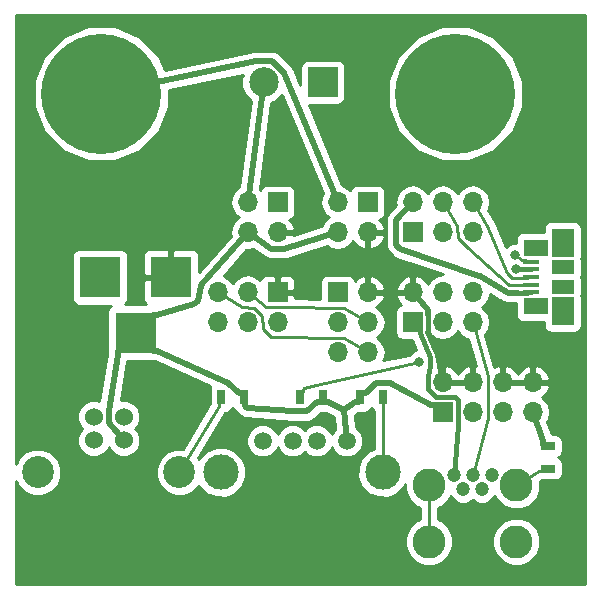
<source format=gtl>
G04 #@! TF.GenerationSoftware,KiCad,Pcbnew,(2017-04-12 revision 02abf1804)-makepkg*
G04 #@! TF.CreationDate,2017-04-21T09:09:19+03:00*
G04 #@! TF.ProjectId,vbb,7662622E6B696361645F706362000000,rev?*
G04 #@! TF.FileFunction,Copper,L1,Top,Signal*
G04 #@! TF.FilePolarity,Positive*
%FSLAX46Y46*%
G04 Gerber Fmt 4.6, Leading zero omitted, Abs format (unit mm)*
G04 Created by KiCad (PCBNEW (2017-04-12 revision 02abf1804)-makepkg) date 04/21/17 09:09:19*
%MOMM*%
%LPD*%
G01*
G04 APERTURE LIST*
%ADD10C,0.100000*%
%ADD11C,2.700020*%
%ADD12C,1.524000*%
%ADD13R,1.700000X1.700000*%
%ADD14O,1.700000X1.700000*%
%ADD15R,3.500120X3.500120*%
%ADD16C,10.160000*%
%ADD17R,0.700000X1.300000*%
%ADD18R,1.300000X0.700000*%
%ADD19C,1.195000*%
%ADD20C,2.800000*%
%ADD21C,2.999740*%
%ADD22C,1.501140*%
%ADD23C,2.500000*%
%ADD24R,2.500000X2.500000*%
%ADD25R,1.379220X0.449580*%
%ADD26R,2.100580X1.473200*%
%ADD27R,1.897380X2.374900*%
%ADD28R,1.897380X1.173480*%
%ADD29C,0.800000*%
%ADD30C,0.500000*%
%ADD31C,0.400000*%
%ADD32C,0.250000*%
%ADD33C,0.254000*%
G04 APERTURE END LIST*
D10*
D11*
X14538980Y10160000D03*
X2540020Y10160000D03*
D12*
X7269500Y12860020D03*
X9809500Y12860020D03*
X9809500Y14859000D03*
X7269500Y14859000D03*
D13*
X22860000Y33020000D03*
D14*
X22860000Y30480000D03*
X20320000Y33020000D03*
X20320000Y30480000D03*
X27940000Y30480000D03*
X27940000Y33020000D03*
X30480000Y30480000D03*
D13*
X30480000Y33020000D03*
X34290000Y30480000D03*
D14*
X34290000Y33020000D03*
X36830000Y30480000D03*
X36830000Y33020000D03*
X39370000Y30480000D03*
X39370000Y33020000D03*
X30480000Y20320000D03*
X27940000Y20320000D03*
X30480000Y22860000D03*
X27940000Y22860000D03*
X30480000Y25400000D03*
D13*
X27940000Y25400000D03*
X22860000Y25400000D03*
D14*
X22860000Y22860000D03*
X20320000Y25400000D03*
X20320000Y22860000D03*
X17780000Y25400000D03*
X17780000Y22860000D03*
X39370000Y25400000D03*
X39370000Y22860000D03*
X36830000Y25400000D03*
X36830000Y22860000D03*
X34290000Y25400000D03*
D13*
X34290000Y22860000D03*
D14*
X44450000Y17780000D03*
X44450000Y15240000D03*
X41910000Y17780000D03*
X41910000Y15240000D03*
X39370000Y17780000D03*
X39370000Y15240000D03*
X36830000Y17780000D03*
D13*
X36830000Y15240000D03*
D15*
X10820400Y21971000D03*
X7820660Y26670000D03*
X13820140Y26670000D03*
D16*
X7937800Y42196000D03*
X37909800Y42196000D03*
D17*
X26670000Y16510000D03*
X24770000Y16510000D03*
D18*
X45720000Y10480000D03*
X45720000Y12380000D03*
D19*
X37770000Y9945000D03*
X38570000Y8745000D03*
X39370000Y9945000D03*
X40170000Y8745000D03*
X40970000Y9945000D03*
D20*
X35670000Y9045000D03*
X43070000Y9045000D03*
X35670000Y4295000D03*
X43070000Y4295000D03*
D17*
X20000000Y16510000D03*
X18100000Y16510000D03*
D21*
X18033960Y10160120D03*
X31749960Y10160120D03*
D22*
X21589960Y12827120D03*
X24129960Y12827120D03*
X26161960Y12827120D03*
X28701960Y12827120D03*
D23*
X21670000Y43180000D03*
D24*
X26670000Y43180000D03*
D25*
X44330620Y28000980D03*
X44330620Y27350740D03*
X44330620Y26700500D03*
X44330620Y26050260D03*
X44330620Y25400020D03*
D26*
X44691300Y24239240D03*
X44691300Y29161760D03*
D27*
X46990000Y23787120D03*
X46990000Y29613880D03*
D28*
X46990000Y27538700D03*
X46990000Y25862300D03*
D17*
X31750000Y16510000D03*
X29850000Y16510000D03*
D29*
X43026200Y27390200D03*
X34864100Y19534200D03*
X42938300Y28516600D03*
D30*
X8541000Y14331400D02*
X9809500Y12860000D01*
X8539500Y14335100D02*
X8541000Y14331400D01*
X8539500Y15382900D02*
X8539500Y14335100D01*
X9320300Y20117300D02*
X8539500Y15382900D01*
X9320300Y20220900D02*
X9320300Y20117300D01*
X9320300Y20470900D02*
X9320300Y20220900D01*
X10820400Y21971000D02*
X9320300Y20470900D01*
X29396400Y16110000D02*
X28491500Y15412900D01*
X29500000Y16110000D02*
X29396400Y16110000D01*
X29750000Y16110000D02*
X29500000Y16110000D01*
X29850000Y16510000D02*
X29750000Y16110000D01*
X28702000Y12827100D02*
X28491500Y15412900D01*
X29950000Y16910000D02*
X29850000Y16510000D01*
X30200000Y16910000D02*
X29950000Y16910000D01*
X30303600Y16910000D02*
X30200000Y16910000D01*
X31172100Y17710100D02*
X30303600Y16910000D01*
X31627900Y17710100D02*
X31172100Y17710100D01*
X32327900Y17710100D02*
X31627900Y17710100D01*
X35876400Y15840000D02*
X32327900Y17710100D01*
X35980000Y15840000D02*
X35876400Y15840000D01*
X36230000Y15840000D02*
X35980000Y15840000D01*
X36830000Y15240000D02*
X36230000Y15840000D01*
X20100000Y16110000D02*
X20000000Y16510000D01*
X20100000Y15860000D02*
X20100000Y16110000D01*
X20100000Y15756400D02*
X20100000Y15860000D01*
X20246400Y15610000D02*
X20100000Y15756400D01*
X24192100Y15309900D02*
X20246400Y15610000D01*
X24892100Y15309900D02*
X24192100Y15309900D01*
X25347900Y15309900D02*
X24892100Y15309900D01*
X26216400Y16110000D02*
X25347900Y15309900D01*
X26320000Y16110000D02*
X26216400Y16110000D01*
X26570000Y16110000D02*
X26320000Y16110000D01*
X26670000Y16510000D02*
X26570000Y16110000D01*
X45320000Y12833600D02*
X44450000Y15240000D01*
X45320000Y12730000D02*
X45320000Y12833600D01*
X45320000Y12480000D02*
X45320000Y12730000D01*
X45720000Y12380000D02*
X45320000Y12480000D01*
D31*
X43475000Y27375500D02*
X43026200Y27390200D01*
X43641000Y27375500D02*
X43475000Y27375500D01*
X43841000Y27375500D02*
X43641000Y27375500D01*
X44330600Y27350700D02*
X43841000Y27375500D01*
D30*
X22258700Y29101200D02*
X20320000Y30480000D01*
X22310200Y29079900D02*
X22258700Y29101200D01*
X23409800Y29079900D02*
X22310200Y29079900D01*
X27940000Y30480000D02*
X23409800Y29079900D01*
X12320500Y20470900D02*
X10820400Y21971000D01*
X12570500Y20470900D02*
X12320500Y20470900D01*
X12674100Y20470900D02*
X12570500Y20470900D01*
X18677900Y17710100D02*
X12674100Y20470900D01*
X19546400Y16910000D02*
X18677900Y17710100D01*
X19650000Y16910000D02*
X19546400Y16910000D01*
X19900000Y16910000D02*
X19650000Y16910000D01*
X20000000Y16510000D02*
X19900000Y16910000D01*
X12320500Y23471100D02*
X10820400Y21971000D01*
X12570500Y23471100D02*
X12320500Y23471100D01*
X12674100Y23471100D02*
X12570500Y23471100D01*
X15798100Y24369800D02*
X12674100Y23471100D01*
X16120300Y24692000D02*
X15798100Y24369800D01*
X16379900Y25949800D02*
X16120300Y24692000D01*
X16401200Y26001300D02*
X16379900Y25949800D01*
X20320000Y30480000D02*
X16401200Y26001300D01*
X27123600Y16110000D02*
X28491500Y15412900D01*
X27020000Y16110000D02*
X27123600Y16110000D01*
X26770000Y16110000D02*
X27020000Y16110000D01*
X26670000Y16510000D02*
X26770000Y16110000D01*
X35601300Y23901100D02*
X34290000Y25400000D01*
X35601300Y23518900D02*
X35601300Y23901100D01*
D31*
X35560100Y23383900D02*
X35610000Y22019200D01*
X35601300Y23518900D02*
X35560100Y23383900D01*
D30*
X36454300Y20121800D02*
X35610000Y22019200D01*
X36830000Y17780000D02*
X36454300Y20121800D01*
D32*
X17875000Y15808200D02*
X14539000Y10160000D01*
X17875000Y15860000D02*
X17875000Y15808200D01*
X17875000Y15985000D02*
X17875000Y15860000D01*
X18100000Y16510000D02*
X17875000Y15985000D01*
X43506600Y28100800D02*
X42938300Y28516600D01*
X43641000Y28100800D02*
X43506600Y28100800D01*
X43766000Y28100800D02*
X43641000Y28100800D01*
X44330600Y28001000D02*
X43766000Y28100800D01*
X24995000Y17035000D02*
X24770000Y16510000D01*
X24995000Y17160000D02*
X24995000Y17035000D01*
X24995000Y17211800D02*
X24995000Y17160000D01*
X25068200Y17285000D02*
X24995000Y17211800D01*
X26143900Y17585100D02*
X25068200Y17285000D01*
X34864100Y19534200D02*
X26143900Y17585100D01*
X31750000Y15985000D02*
X31750000Y16510000D01*
X31750000Y15860000D02*
X31750000Y15985000D01*
X31750000Y10160100D02*
X31750000Y15860000D01*
X40640000Y18303900D02*
X39370000Y22860000D01*
X40640000Y15763900D02*
X40640000Y18303900D01*
X40640000Y14716100D02*
X40640000Y15763900D01*
X39370000Y9945000D02*
X40640000Y14716100D01*
X45195000Y10255000D02*
X45720000Y10480000D01*
X45070000Y10255000D02*
X45195000Y10255000D01*
X45018200Y10255000D02*
X45070000Y10255000D01*
X43070000Y9045000D02*
X45018200Y10255000D01*
X35670000Y9045000D02*
X35670000Y4295000D01*
X40615100Y30995700D02*
X39370000Y33020000D01*
X42236700Y27063200D02*
X40615100Y30995700D01*
X42699200Y26600700D02*
X42236700Y27063200D01*
X43641000Y26600700D02*
X42699200Y26600700D01*
X43766000Y26600700D02*
X43641000Y26600700D01*
X44330600Y26700500D02*
X43766000Y26600700D01*
X38075100Y30995700D02*
X36830000Y33020000D01*
X38124900Y29964300D02*
X38075100Y30995700D01*
X38854300Y29234900D02*
X38124900Y29964300D01*
X42456000Y26058000D02*
X38854300Y29234900D01*
X42487300Y26045000D02*
X42456000Y26058000D01*
X43641000Y26045000D02*
X42487300Y26045000D01*
X43766000Y26045000D02*
X43641000Y26045000D01*
X44330600Y26050300D02*
X43766000Y26045000D01*
X28455700Y21565100D02*
X30480000Y20320000D01*
X22335100Y21584900D02*
X28455700Y21565100D01*
X22329500Y21587200D02*
X22335100Y21584900D01*
X21587200Y22329500D02*
X22329500Y21587200D01*
X21584900Y22335100D02*
X21587200Y22329500D01*
X21565100Y23375700D02*
X21584900Y22335100D01*
X20835700Y24105100D02*
X21565100Y23375700D01*
X19804300Y24154900D02*
X20835700Y24105100D01*
X17780000Y25400000D02*
X19804300Y24154900D01*
X28455700Y24105100D02*
X30480000Y22860000D01*
X23533900Y24124900D02*
X28455700Y24105100D01*
X23383900Y24130000D02*
X23533900Y24124900D01*
X22336100Y24130000D02*
X23383900Y24130000D01*
X22186100Y24124900D02*
X22336100Y24130000D01*
X21833900Y24124900D02*
X22186100Y24124900D01*
X20320000Y25400000D02*
X21833900Y24124900D01*
D30*
X21670000Y43180000D02*
X20320000Y33020000D01*
X23387900Y44007900D02*
X27940000Y33020000D01*
X22497900Y44897900D02*
X23387900Y44007900D01*
X22299300Y44980100D02*
X22497900Y44897900D01*
X21040700Y44980100D02*
X22299300Y44980100D01*
X7937800Y42196000D02*
X21040700Y44980100D01*
D31*
X43475600Y25375200D02*
X43181100Y25364300D01*
X43641000Y25375200D02*
X43475600Y25375200D01*
X43841000Y25375200D02*
X43641000Y25375200D01*
X44330600Y25400000D02*
X43841000Y25375200D01*
D30*
X32889900Y31557900D02*
X34290000Y33020000D01*
X32889900Y29857900D02*
X32889900Y31557900D01*
X32889900Y29402100D02*
X32889900Y29857900D01*
X33212100Y29079900D02*
X32889900Y29402100D01*
X39919800Y26800100D02*
X33212100Y29079900D01*
X39971300Y26778800D02*
X39919800Y26800100D01*
X42073600Y25485600D02*
X39971300Y26778800D01*
X42353100Y25369900D02*
X42073600Y25485600D01*
X43181100Y25364300D02*
X42353100Y25369900D01*
D31*
X34940000Y22210000D02*
X34290000Y22860000D01*
X34940000Y22010000D02*
X34940000Y22210000D01*
X34940000Y21927200D02*
X34940000Y22010000D01*
X35734200Y19894600D02*
X34940000Y21927200D01*
X35734200Y19173800D02*
X35734200Y19894600D01*
X35560000Y18303900D02*
X35734200Y19173800D01*
X35560000Y17256100D02*
X35560000Y18303900D01*
X35561500Y17252400D02*
X35560000Y17256100D01*
X36302400Y16511500D02*
X35561500Y17252400D01*
X36306100Y16510000D02*
X36302400Y16511500D01*
X37353900Y16510000D02*
X36306100Y16510000D01*
X37485300Y16560100D02*
X37353900Y16510000D01*
X37874700Y16560100D02*
X37485300Y16560100D01*
X38150100Y16284700D02*
X37874700Y16560100D01*
X38150100Y15895300D02*
X38150100Y16284700D01*
X38100000Y15763900D02*
X38150100Y15895300D01*
X38100000Y14716100D02*
X38100000Y15763900D01*
X38150100Y14584700D02*
X38100000Y14716100D01*
X38150100Y14195300D02*
X38150100Y14584700D01*
X37770000Y9945000D02*
X38150100Y14195300D01*
D33*
G36*
X48845000Y685000D02*
X685000Y685000D01*
X685000Y9451457D01*
X856229Y9037051D01*
X1414134Y8478171D01*
X2143445Y8175335D01*
X2933131Y8174646D01*
X3662969Y8476209D01*
X4221849Y9034114D01*
X4524685Y9763425D01*
X4525374Y10553111D01*
X4223811Y11282949D01*
X3665906Y11841829D01*
X2936595Y12144665D01*
X2146909Y12145354D01*
X1417071Y11843791D01*
X858191Y11285886D01*
X685000Y10868795D01*
X685000Y41064204D01*
X2221811Y41064204D01*
X3090034Y38962942D01*
X4696286Y37353884D01*
X6796029Y36481995D01*
X9069596Y36480011D01*
X11170858Y37348234D01*
X12779916Y38954486D01*
X13651805Y41054229D01*
X13653072Y42505622D01*
X19900097Y43832988D01*
X19785328Y43556595D01*
X19784674Y42806695D01*
X20071043Y42113628D01*
X20569219Y41614583D01*
X19599908Y34319620D01*
X19269946Y34099147D01*
X18948039Y33617378D01*
X18835000Y33049093D01*
X18835000Y32990907D01*
X18948039Y32422622D01*
X19269946Y31940853D01*
X19555578Y31750000D01*
X19269946Y31559147D01*
X18948039Y31077378D01*
X18835000Y30509093D01*
X18835000Y30450907D01*
X18887528Y30186829D01*
X16205200Y27121262D01*
X16205200Y28546370D01*
X16108527Y28779759D01*
X15929898Y28958387D01*
X15696509Y29055060D01*
X14105890Y29055060D01*
X13947140Y28896310D01*
X13947140Y26797000D01*
X13967140Y26797000D01*
X13967140Y26543000D01*
X13947140Y26543000D01*
X13947140Y26523000D01*
X13693140Y26523000D01*
X13693140Y26543000D01*
X11593830Y26543000D01*
X11435080Y26384250D01*
X11435080Y24793630D01*
X11531753Y24560241D01*
X11710382Y24381613D01*
X11742040Y24368500D01*
X9888401Y24368500D01*
X10028529Y24462131D01*
X10168877Y24672175D01*
X10218160Y24919940D01*
X10218160Y28420060D01*
X10193036Y28546370D01*
X11435080Y28546370D01*
X11435080Y26955750D01*
X11593830Y26797000D01*
X13693140Y26797000D01*
X13693140Y28896310D01*
X13534390Y29055060D01*
X11943771Y29055060D01*
X11710382Y28958387D01*
X11531753Y28779759D01*
X11435080Y28546370D01*
X10193036Y28546370D01*
X10168877Y28667825D01*
X10028529Y28877869D01*
X9818485Y29018217D01*
X9570720Y29067500D01*
X6070600Y29067500D01*
X5822835Y29018217D01*
X5612791Y28877869D01*
X5472443Y28667825D01*
X5423160Y28420060D01*
X5423160Y24919940D01*
X5472443Y24672175D01*
X5612791Y24462131D01*
X5822835Y24321783D01*
X6070600Y24272500D01*
X8752659Y24272500D01*
X8612531Y24178869D01*
X8472183Y23968825D01*
X8422900Y23721060D01*
X8422900Y20220940D01*
X8432488Y20172738D01*
X7771250Y16163305D01*
X7548600Y16255757D01*
X6992839Y16256242D01*
X6479197Y16044010D01*
X6085871Y15651370D01*
X5872743Y15138100D01*
X5872258Y14582339D01*
X6084490Y14068697D01*
X6293332Y13859490D01*
X6085871Y13652390D01*
X5872743Y13139120D01*
X5872258Y12583359D01*
X6084490Y12069717D01*
X6477130Y11676391D01*
X6990400Y11463263D01*
X7546161Y11462778D01*
X8059803Y11675010D01*
X8453129Y12067650D01*
X8539449Y12275532D01*
X8624490Y12069717D01*
X9017130Y11676391D01*
X9530400Y11463263D01*
X10086161Y11462778D01*
X10599803Y11675010D01*
X10993129Y12067650D01*
X11206257Y12580920D01*
X11206742Y13136681D01*
X10994510Y13650323D01*
X10785668Y13859530D01*
X10993129Y14066630D01*
X11206257Y14579900D01*
X11206742Y15135661D01*
X10994510Y15649303D01*
X10601870Y16042629D01*
X10088600Y16255757D01*
X9580480Y16256200D01*
X10127571Y19573500D01*
X12507336Y19573500D01*
X17167175Y17430710D01*
X17151843Y17407765D01*
X17102560Y17160000D01*
X17102560Y15994818D01*
X14828597Y12144758D01*
X14145869Y12145354D01*
X13416031Y11843791D01*
X12857151Y11285886D01*
X12554315Y10556575D01*
X12553626Y9766889D01*
X12855189Y9037051D01*
X13413094Y8478171D01*
X14142405Y8175335D01*
X14932091Y8174646D01*
X15661929Y8476209D01*
X16198490Y9011834D01*
X16223050Y8952393D01*
X16823074Y8351320D01*
X17607445Y8025621D01*
X18456749Y8024880D01*
X19241687Y8349210D01*
X19842760Y8949234D01*
X20168459Y9733605D01*
X20169200Y10582909D01*
X19844870Y11367847D01*
X19244846Y11968920D01*
X18460475Y12294619D01*
X17611171Y12295360D01*
X16826233Y11971030D01*
X16225160Y11371006D01*
X16198635Y11307127D01*
X16136157Y11369715D01*
X18405859Y15212560D01*
X18450000Y15212560D01*
X18697765Y15261843D01*
X18907809Y15402191D01*
X19048157Y15612235D01*
X19050000Y15621500D01*
X19051843Y15612235D01*
X19192191Y15402191D01*
X19373851Y15280809D01*
X19442702Y15177766D01*
X19474210Y15130610D01*
X19620611Y14984210D01*
X19736754Y14906606D01*
X19846692Y14820406D01*
X19879450Y14811260D01*
X19907726Y14792367D01*
X20044738Y14765113D01*
X20179283Y14727549D01*
X24124983Y14427449D01*
X24158744Y14431535D01*
X24192100Y14424900D01*
X25347900Y14424900D01*
X25499782Y14455111D01*
X25652802Y14479081D01*
X25668518Y14488675D01*
X25686575Y14492267D01*
X25815354Y14578314D01*
X25947533Y14659005D01*
X26548412Y15212560D01*
X26935508Y15212560D01*
X27649502Y14848699D01*
X27733404Y13818037D01*
X27528016Y13613007D01*
X27431985Y13381739D01*
X27337274Y13610957D01*
X26947847Y14001064D01*
X26438776Y14212449D01*
X25887562Y14212930D01*
X25378123Y14002434D01*
X25145897Y13770613D01*
X24915847Y14001064D01*
X24406776Y14212449D01*
X23855562Y14212930D01*
X23346123Y14002434D01*
X22956016Y13613007D01*
X22859985Y13381739D01*
X22765274Y13610957D01*
X22375847Y14001064D01*
X21866776Y14212449D01*
X21315562Y14212930D01*
X20806123Y14002434D01*
X20416016Y13613007D01*
X20204631Y13103936D01*
X20204150Y12552722D01*
X20414646Y12043283D01*
X20804073Y11653176D01*
X21313144Y11441791D01*
X21864358Y11441310D01*
X22373797Y11651806D01*
X22763904Y12041233D01*
X22859935Y12272501D01*
X22954646Y12043283D01*
X23344073Y11653176D01*
X23853144Y11441791D01*
X24404358Y11441310D01*
X24913797Y11651806D01*
X25146023Y11883627D01*
X25376073Y11653176D01*
X25885144Y11441791D01*
X26436358Y11441310D01*
X26945797Y11651806D01*
X27335904Y12041233D01*
X27431935Y12272501D01*
X27526646Y12043283D01*
X27916073Y11653176D01*
X28425144Y11441791D01*
X28976358Y11441310D01*
X29485797Y11651806D01*
X29875904Y12041233D01*
X30087289Y12550304D01*
X30087770Y13101518D01*
X29877274Y13610957D01*
X29494938Y13993961D01*
X29412606Y15005330D01*
X29681610Y15212560D01*
X30200000Y15212560D01*
X30447765Y15261843D01*
X30657809Y15402191D01*
X30798157Y15612235D01*
X30800000Y15621500D01*
X30801843Y15612235D01*
X30942191Y15402191D01*
X30990000Y15370246D01*
X30990000Y12156044D01*
X30542233Y11971030D01*
X29941160Y11371006D01*
X29615461Y10586635D01*
X29614720Y9737331D01*
X29939050Y8952393D01*
X30539074Y8351320D01*
X31323445Y8025621D01*
X32172749Y8024880D01*
X32957687Y8349210D01*
X33558760Y8949234D01*
X33635076Y9133024D01*
X33634648Y8641989D01*
X33943805Y7893771D01*
X34515760Y7320817D01*
X34910000Y7157114D01*
X34910000Y6182847D01*
X34518771Y6021195D01*
X33945817Y5449240D01*
X33635354Y4701562D01*
X33634648Y3891989D01*
X33943805Y3143771D01*
X34515760Y2570817D01*
X35263438Y2260354D01*
X36073011Y2259648D01*
X36821229Y2568805D01*
X37394183Y3140760D01*
X37704646Y3888438D01*
X37704649Y3891989D01*
X41034648Y3891989D01*
X41343805Y3143771D01*
X41915760Y2570817D01*
X42663438Y2260354D01*
X43473011Y2259648D01*
X44221229Y2568805D01*
X44794183Y3140760D01*
X45104646Y3888438D01*
X45105352Y4698011D01*
X44796195Y5446229D01*
X44224240Y6019183D01*
X43476562Y6329646D01*
X42666989Y6330352D01*
X41918771Y6021195D01*
X41345817Y5449240D01*
X41035354Y4701562D01*
X41034648Y3891989D01*
X37704649Y3891989D01*
X37705352Y4698011D01*
X37396195Y5446229D01*
X36824240Y6019183D01*
X36430000Y6182886D01*
X36430000Y7157153D01*
X36821229Y7318805D01*
X37394183Y7890760D01*
X37492031Y8126405D01*
X37524528Y8047757D01*
X37870933Y7700747D01*
X38323765Y7512715D01*
X38814084Y7512287D01*
X39267243Y7699528D01*
X39369875Y7801981D01*
X39470933Y7700747D01*
X39923765Y7512715D01*
X40414084Y7512287D01*
X40867243Y7699528D01*
X41214253Y8045933D01*
X41247675Y8126423D01*
X41343805Y7893771D01*
X41915760Y7320817D01*
X42663438Y7010354D01*
X43473011Y7009648D01*
X44221229Y7318805D01*
X44794183Y7890760D01*
X45104646Y8638438D01*
X45105323Y9414456D01*
X45214977Y9482560D01*
X46370000Y9482560D01*
X46617765Y9531843D01*
X46827809Y9672191D01*
X46968157Y9882235D01*
X47017440Y10130000D01*
X47017440Y10830000D01*
X46968157Y11077765D01*
X46827809Y11287809D01*
X46617765Y11428157D01*
X46608500Y11430000D01*
X46617765Y11431843D01*
X46827809Y11572191D01*
X46968157Y11782235D01*
X47017440Y12030000D01*
X47017440Y12730000D01*
X46968157Y12977765D01*
X46827809Y13187809D01*
X46617765Y13328157D01*
X46370000Y13377440D01*
X46064445Y13377440D01*
X45682497Y14433899D01*
X45821961Y14642622D01*
X45935000Y15210907D01*
X45935000Y15269093D01*
X45821961Y15837378D01*
X45500054Y16319147D01*
X45216899Y16508345D01*
X45216924Y16508355D01*
X45645183Y16898642D01*
X45891486Y17423108D01*
X45770819Y17653000D01*
X44577000Y17653000D01*
X44577000Y17633000D01*
X44323000Y17633000D01*
X44323000Y17653000D01*
X42037000Y17653000D01*
X42037000Y17633000D01*
X41783000Y17633000D01*
X41783000Y17653000D01*
X41763000Y17653000D01*
X41763000Y17907000D01*
X41783000Y17907000D01*
X41783000Y19100155D01*
X42037000Y19100155D01*
X42037000Y17907000D01*
X44323000Y17907000D01*
X44323000Y19100155D01*
X44577000Y19100155D01*
X44577000Y17907000D01*
X45770819Y17907000D01*
X45891486Y18136892D01*
X45645183Y18661358D01*
X45216924Y19051645D01*
X44806890Y19221476D01*
X44577000Y19100155D01*
X44323000Y19100155D01*
X44093110Y19221476D01*
X43683076Y19051645D01*
X43254817Y18661358D01*
X43180000Y18502046D01*
X43105183Y18661358D01*
X42676924Y19051645D01*
X42266890Y19221476D01*
X42037000Y19100155D01*
X41783000Y19100155D01*
X41553110Y19221476D01*
X41212524Y19080409D01*
X40448088Y21822808D01*
X40741961Y22262622D01*
X40855000Y22830907D01*
X40855000Y22889093D01*
X40741961Y23457378D01*
X40420054Y23939147D01*
X40134422Y24130000D01*
X40420054Y24320853D01*
X40741961Y24802622D01*
X40824032Y25215221D01*
X41609910Y24731799D01*
X41676257Y24707194D01*
X41735107Y24667891D01*
X42014607Y24552191D01*
X42180998Y24519132D01*
X42347115Y24484920D01*
X42993570Y24480548D01*
X42993570Y23502640D01*
X43042853Y23254875D01*
X43183201Y23044831D01*
X43393245Y22904483D01*
X43641010Y22855200D01*
X45393870Y22855200D01*
X45393870Y22599670D01*
X45443153Y22351905D01*
X45583501Y22141861D01*
X45793545Y22001513D01*
X46041310Y21952230D01*
X47938690Y21952230D01*
X48186455Y22001513D01*
X48396499Y22141861D01*
X48536847Y22351905D01*
X48586130Y22599670D01*
X48586130Y24974570D01*
X48556195Y25125065D01*
X48586130Y25275560D01*
X48586130Y26449040D01*
X48536847Y26696805D01*
X48534378Y26700500D01*
X48536847Y26704195D01*
X48586130Y26951960D01*
X48586130Y28125440D01*
X48556195Y28275935D01*
X48586130Y28426430D01*
X48586130Y30801330D01*
X48536847Y31049095D01*
X48396499Y31259139D01*
X48186455Y31399487D01*
X47938690Y31448770D01*
X46041310Y31448770D01*
X45793545Y31399487D01*
X45583501Y31259139D01*
X45443153Y31049095D01*
X45393870Y30801330D01*
X45393870Y30545800D01*
X43641010Y30545800D01*
X43393245Y30496517D01*
X43183201Y30356169D01*
X43042853Y30146125D01*
X42993570Y29898360D01*
X42993570Y29551552D01*
X42733329Y29551779D01*
X42352785Y29394542D01*
X42171893Y29213965D01*
X41317708Y31285427D01*
X41283749Y31336424D01*
X41262449Y31393869D01*
X40683501Y32335130D01*
X40741961Y32422622D01*
X40855000Y32990907D01*
X40855000Y33049093D01*
X40741961Y33617378D01*
X40420054Y34099147D01*
X39938285Y34421054D01*
X39370000Y34534093D01*
X38801715Y34421054D01*
X38319946Y34099147D01*
X38100000Y33769974D01*
X37880054Y34099147D01*
X37398285Y34421054D01*
X36830000Y34534093D01*
X36261715Y34421054D01*
X35779946Y34099147D01*
X35560000Y33769974D01*
X35340054Y34099147D01*
X34858285Y34421054D01*
X34290000Y34534093D01*
X33721715Y34421054D01*
X33239946Y34099147D01*
X32918039Y33617378D01*
X32805000Y33049093D01*
X32805000Y32990907D01*
X32844870Y32790466D01*
X32250705Y32169990D01*
X32162979Y32032336D01*
X32072267Y31896575D01*
X32070365Y31887011D01*
X32065124Y31878788D01*
X32036747Y31718003D01*
X32004900Y31557900D01*
X32004900Y29402105D01*
X32004899Y29402100D01*
X32034159Y29255004D01*
X32072267Y29063425D01*
X32183929Y28896310D01*
X32264110Y28776310D01*
X32586311Y28454110D01*
X32610572Y28437899D01*
X32628326Y28414744D01*
X32753353Y28342496D01*
X32873426Y28262266D01*
X32902045Y28256573D01*
X32927308Y28241975D01*
X36840233Y26912058D01*
X36830000Y26914093D01*
X36261715Y26801054D01*
X35779946Y26479147D01*
X35552298Y26138447D01*
X35485183Y26281358D01*
X35056924Y26671645D01*
X34646890Y26841476D01*
X34417000Y26720155D01*
X34417000Y25527000D01*
X34437000Y25527000D01*
X34437000Y25273000D01*
X34417000Y25273000D01*
X34417000Y25253000D01*
X34163000Y25253000D01*
X34163000Y25273000D01*
X32969181Y25273000D01*
X32848514Y25043108D01*
X33094817Y24518642D01*
X33301855Y24329961D01*
X33192235Y24308157D01*
X32982191Y24167809D01*
X32841843Y23957765D01*
X32792560Y23710000D01*
X32792560Y22010000D01*
X32841843Y21762235D01*
X32982191Y21552191D01*
X33192235Y21411843D01*
X33440000Y21362560D01*
X34264145Y21362560D01*
X34585890Y20539117D01*
X34278585Y20412142D01*
X33987181Y20121246D01*
X33985214Y20116508D01*
X31798170Y19627670D01*
X31881054Y19751715D01*
X31994093Y20320000D01*
X31881054Y20888285D01*
X31559147Y21370054D01*
X31229974Y21590000D01*
X31559147Y21809946D01*
X31881054Y22291715D01*
X31994093Y22860000D01*
X31881054Y23428285D01*
X31559147Y23910054D01*
X31218447Y24137702D01*
X31361358Y24204817D01*
X31751645Y24633076D01*
X31921476Y25043110D01*
X31800155Y25273000D01*
X30607000Y25273000D01*
X30607000Y25253000D01*
X30353000Y25253000D01*
X30353000Y25273000D01*
X30333000Y25273000D01*
X30333000Y25527000D01*
X30353000Y25527000D01*
X30353000Y26720819D01*
X30607000Y26720819D01*
X30607000Y25527000D01*
X31800155Y25527000D01*
X31921476Y25756890D01*
X31921476Y25756892D01*
X32848514Y25756892D01*
X32969181Y25527000D01*
X34163000Y25527000D01*
X34163000Y26720155D01*
X33933110Y26841476D01*
X33523076Y26671645D01*
X33094817Y26281358D01*
X32848514Y25756892D01*
X31921476Y25756892D01*
X31751645Y26166924D01*
X31361358Y26595183D01*
X30836892Y26841486D01*
X30607000Y26720819D01*
X30353000Y26720819D01*
X30123108Y26841486D01*
X29598642Y26595183D01*
X29409961Y26388145D01*
X29388157Y26497765D01*
X29247809Y26707809D01*
X29037765Y26848157D01*
X28790000Y26897440D01*
X27090000Y26897440D01*
X26842235Y26848157D01*
X26632191Y26707809D01*
X26491843Y26497765D01*
X26442560Y26250000D01*
X26442560Y24873205D01*
X24345000Y24881643D01*
X24345000Y25114250D01*
X24186250Y25273000D01*
X22987000Y25273000D01*
X22987000Y25253000D01*
X22733000Y25253000D01*
X22733000Y25273000D01*
X22713000Y25273000D01*
X22713000Y25527000D01*
X22733000Y25527000D01*
X22733000Y26726250D01*
X22987000Y26726250D01*
X22987000Y25527000D01*
X24186250Y25527000D01*
X24345000Y25685750D01*
X24345000Y26376309D01*
X24248327Y26609698D01*
X24069699Y26788327D01*
X23836310Y26885000D01*
X23145750Y26885000D01*
X22987000Y26726250D01*
X22733000Y26726250D01*
X22574250Y26885000D01*
X21883690Y26885000D01*
X21650301Y26788327D01*
X21471673Y26609698D01*
X21399403Y26435223D01*
X21370054Y26479147D01*
X20888285Y26801054D01*
X20320000Y26914093D01*
X19751715Y26801054D01*
X19269946Y26479147D01*
X19050000Y26149974D01*
X18830054Y26479147D01*
X18348285Y26801054D01*
X18287504Y26813144D01*
X20193209Y28991127D01*
X20320000Y28965907D01*
X20790381Y29059472D01*
X21745779Y28379994D01*
X21837156Y28338985D01*
X21920459Y28283387D01*
X21971959Y28262087D01*
X22037441Y28249098D01*
X22060817Y28238607D01*
X22095416Y28237598D01*
X22141479Y28228461D01*
X22310200Y28194900D01*
X23409800Y28194900D01*
X23539543Y28220708D01*
X23671122Y28234361D01*
X27065630Y29283465D01*
X27371715Y29078946D01*
X27940000Y28965907D01*
X28508285Y29078946D01*
X28990054Y29400853D01*
X29217702Y29741553D01*
X29284817Y29598642D01*
X29713076Y29208355D01*
X30123110Y29038524D01*
X30353000Y29159845D01*
X30353000Y30353000D01*
X30607000Y30353000D01*
X30607000Y29159845D01*
X30836890Y29038524D01*
X31246924Y29208355D01*
X31675183Y29598642D01*
X31921486Y30123108D01*
X31800819Y30353000D01*
X30607000Y30353000D01*
X30353000Y30353000D01*
X30333000Y30353000D01*
X30333000Y30607000D01*
X30353000Y30607000D01*
X30353000Y30627000D01*
X30607000Y30627000D01*
X30607000Y30607000D01*
X31800819Y30607000D01*
X31921486Y30836892D01*
X31675183Y31361358D01*
X31468145Y31550039D01*
X31577765Y31571843D01*
X31787809Y31712191D01*
X31928157Y31922235D01*
X31977440Y32170000D01*
X31977440Y33870000D01*
X31928157Y34117765D01*
X31787809Y34327809D01*
X31577765Y34468157D01*
X31330000Y34517440D01*
X29630000Y34517440D01*
X29382235Y34468157D01*
X29172191Y34327809D01*
X29031843Y34117765D01*
X29019403Y34055223D01*
X28990054Y34099147D01*
X28508285Y34421054D01*
X28300374Y34462410D01*
X25565364Y41064204D01*
X32193811Y41064204D01*
X33062034Y38962942D01*
X34668286Y37353884D01*
X36768029Y36481995D01*
X39041596Y36480011D01*
X41142858Y37348234D01*
X42751916Y38954486D01*
X43623805Y41054229D01*
X43625789Y43327796D01*
X42757566Y45429058D01*
X41151314Y47038116D01*
X39051571Y47910005D01*
X36778004Y47911989D01*
X34676742Y47043766D01*
X33067684Y45437514D01*
X32195795Y43337771D01*
X32193811Y41064204D01*
X25565364Y41064204D01*
X25474902Y41282560D01*
X27920000Y41282560D01*
X28167765Y41331843D01*
X28377809Y41472191D01*
X28518157Y41682235D01*
X28567440Y41930000D01*
X28567440Y44430000D01*
X28518157Y44677765D01*
X28377809Y44887809D01*
X28167765Y45028157D01*
X27920000Y45077440D01*
X25420000Y45077440D01*
X25172235Y45028157D01*
X24962191Y44887809D01*
X24821843Y44677765D01*
X24772560Y44430000D01*
X24772560Y42977880D01*
X24205513Y44346623D01*
X24107807Y44492832D01*
X24013689Y44633690D01*
X23123690Y45523690D01*
X23123586Y45523760D01*
X23123520Y45523858D01*
X22980708Y45619227D01*
X22836574Y45715533D01*
X22836457Y45715556D01*
X22836354Y45715625D01*
X22637754Y45797825D01*
X22467522Y45831638D01*
X22299300Y45865100D01*
X21040700Y45865100D01*
X20949618Y45846983D01*
X20856762Y45845774D01*
X13278697Y44235589D01*
X12785566Y45429058D01*
X11179314Y47038116D01*
X9079571Y47910005D01*
X6806004Y47911989D01*
X4704742Y47043766D01*
X3095684Y45437514D01*
X2223795Y43337771D01*
X2221811Y41064204D01*
X685000Y41064204D01*
X685000Y48845000D01*
X48845000Y48845000D01*
X48845000Y685000D01*
X48845000Y685000D01*
G37*
X48845000Y685000D02*
X685000Y685000D01*
X685000Y9451457D01*
X856229Y9037051D01*
X1414134Y8478171D01*
X2143445Y8175335D01*
X2933131Y8174646D01*
X3662969Y8476209D01*
X4221849Y9034114D01*
X4524685Y9763425D01*
X4525374Y10553111D01*
X4223811Y11282949D01*
X3665906Y11841829D01*
X2936595Y12144665D01*
X2146909Y12145354D01*
X1417071Y11843791D01*
X858191Y11285886D01*
X685000Y10868795D01*
X685000Y41064204D01*
X2221811Y41064204D01*
X3090034Y38962942D01*
X4696286Y37353884D01*
X6796029Y36481995D01*
X9069596Y36480011D01*
X11170858Y37348234D01*
X12779916Y38954486D01*
X13651805Y41054229D01*
X13653072Y42505622D01*
X19900097Y43832988D01*
X19785328Y43556595D01*
X19784674Y42806695D01*
X20071043Y42113628D01*
X20569219Y41614583D01*
X19599908Y34319620D01*
X19269946Y34099147D01*
X18948039Y33617378D01*
X18835000Y33049093D01*
X18835000Y32990907D01*
X18948039Y32422622D01*
X19269946Y31940853D01*
X19555578Y31750000D01*
X19269946Y31559147D01*
X18948039Y31077378D01*
X18835000Y30509093D01*
X18835000Y30450907D01*
X18887528Y30186829D01*
X16205200Y27121262D01*
X16205200Y28546370D01*
X16108527Y28779759D01*
X15929898Y28958387D01*
X15696509Y29055060D01*
X14105890Y29055060D01*
X13947140Y28896310D01*
X13947140Y26797000D01*
X13967140Y26797000D01*
X13967140Y26543000D01*
X13947140Y26543000D01*
X13947140Y26523000D01*
X13693140Y26523000D01*
X13693140Y26543000D01*
X11593830Y26543000D01*
X11435080Y26384250D01*
X11435080Y24793630D01*
X11531753Y24560241D01*
X11710382Y24381613D01*
X11742040Y24368500D01*
X9888401Y24368500D01*
X10028529Y24462131D01*
X10168877Y24672175D01*
X10218160Y24919940D01*
X10218160Y28420060D01*
X10193036Y28546370D01*
X11435080Y28546370D01*
X11435080Y26955750D01*
X11593830Y26797000D01*
X13693140Y26797000D01*
X13693140Y28896310D01*
X13534390Y29055060D01*
X11943771Y29055060D01*
X11710382Y28958387D01*
X11531753Y28779759D01*
X11435080Y28546370D01*
X10193036Y28546370D01*
X10168877Y28667825D01*
X10028529Y28877869D01*
X9818485Y29018217D01*
X9570720Y29067500D01*
X6070600Y29067500D01*
X5822835Y29018217D01*
X5612791Y28877869D01*
X5472443Y28667825D01*
X5423160Y28420060D01*
X5423160Y24919940D01*
X5472443Y24672175D01*
X5612791Y24462131D01*
X5822835Y24321783D01*
X6070600Y24272500D01*
X8752659Y24272500D01*
X8612531Y24178869D01*
X8472183Y23968825D01*
X8422900Y23721060D01*
X8422900Y20220940D01*
X8432488Y20172738D01*
X7771250Y16163305D01*
X7548600Y16255757D01*
X6992839Y16256242D01*
X6479197Y16044010D01*
X6085871Y15651370D01*
X5872743Y15138100D01*
X5872258Y14582339D01*
X6084490Y14068697D01*
X6293332Y13859490D01*
X6085871Y13652390D01*
X5872743Y13139120D01*
X5872258Y12583359D01*
X6084490Y12069717D01*
X6477130Y11676391D01*
X6990400Y11463263D01*
X7546161Y11462778D01*
X8059803Y11675010D01*
X8453129Y12067650D01*
X8539449Y12275532D01*
X8624490Y12069717D01*
X9017130Y11676391D01*
X9530400Y11463263D01*
X10086161Y11462778D01*
X10599803Y11675010D01*
X10993129Y12067650D01*
X11206257Y12580920D01*
X11206742Y13136681D01*
X10994510Y13650323D01*
X10785668Y13859530D01*
X10993129Y14066630D01*
X11206257Y14579900D01*
X11206742Y15135661D01*
X10994510Y15649303D01*
X10601870Y16042629D01*
X10088600Y16255757D01*
X9580480Y16256200D01*
X10127571Y19573500D01*
X12507336Y19573500D01*
X17167175Y17430710D01*
X17151843Y17407765D01*
X17102560Y17160000D01*
X17102560Y15994818D01*
X14828597Y12144758D01*
X14145869Y12145354D01*
X13416031Y11843791D01*
X12857151Y11285886D01*
X12554315Y10556575D01*
X12553626Y9766889D01*
X12855189Y9037051D01*
X13413094Y8478171D01*
X14142405Y8175335D01*
X14932091Y8174646D01*
X15661929Y8476209D01*
X16198490Y9011834D01*
X16223050Y8952393D01*
X16823074Y8351320D01*
X17607445Y8025621D01*
X18456749Y8024880D01*
X19241687Y8349210D01*
X19842760Y8949234D01*
X20168459Y9733605D01*
X20169200Y10582909D01*
X19844870Y11367847D01*
X19244846Y11968920D01*
X18460475Y12294619D01*
X17611171Y12295360D01*
X16826233Y11971030D01*
X16225160Y11371006D01*
X16198635Y11307127D01*
X16136157Y11369715D01*
X18405859Y15212560D01*
X18450000Y15212560D01*
X18697765Y15261843D01*
X18907809Y15402191D01*
X19048157Y15612235D01*
X19050000Y15621500D01*
X19051843Y15612235D01*
X19192191Y15402191D01*
X19373851Y15280809D01*
X19442702Y15177766D01*
X19474210Y15130610D01*
X19620611Y14984210D01*
X19736754Y14906606D01*
X19846692Y14820406D01*
X19879450Y14811260D01*
X19907726Y14792367D01*
X20044738Y14765113D01*
X20179283Y14727549D01*
X24124983Y14427449D01*
X24158744Y14431535D01*
X24192100Y14424900D01*
X25347900Y14424900D01*
X25499782Y14455111D01*
X25652802Y14479081D01*
X25668518Y14488675D01*
X25686575Y14492267D01*
X25815354Y14578314D01*
X25947533Y14659005D01*
X26548412Y15212560D01*
X26935508Y15212560D01*
X27649502Y14848699D01*
X27733404Y13818037D01*
X27528016Y13613007D01*
X27431985Y13381739D01*
X27337274Y13610957D01*
X26947847Y14001064D01*
X26438776Y14212449D01*
X25887562Y14212930D01*
X25378123Y14002434D01*
X25145897Y13770613D01*
X24915847Y14001064D01*
X24406776Y14212449D01*
X23855562Y14212930D01*
X23346123Y14002434D01*
X22956016Y13613007D01*
X22859985Y13381739D01*
X22765274Y13610957D01*
X22375847Y14001064D01*
X21866776Y14212449D01*
X21315562Y14212930D01*
X20806123Y14002434D01*
X20416016Y13613007D01*
X20204631Y13103936D01*
X20204150Y12552722D01*
X20414646Y12043283D01*
X20804073Y11653176D01*
X21313144Y11441791D01*
X21864358Y11441310D01*
X22373797Y11651806D01*
X22763904Y12041233D01*
X22859935Y12272501D01*
X22954646Y12043283D01*
X23344073Y11653176D01*
X23853144Y11441791D01*
X24404358Y11441310D01*
X24913797Y11651806D01*
X25146023Y11883627D01*
X25376073Y11653176D01*
X25885144Y11441791D01*
X26436358Y11441310D01*
X26945797Y11651806D01*
X27335904Y12041233D01*
X27431935Y12272501D01*
X27526646Y12043283D01*
X27916073Y11653176D01*
X28425144Y11441791D01*
X28976358Y11441310D01*
X29485797Y11651806D01*
X29875904Y12041233D01*
X30087289Y12550304D01*
X30087770Y13101518D01*
X29877274Y13610957D01*
X29494938Y13993961D01*
X29412606Y15005330D01*
X29681610Y15212560D01*
X30200000Y15212560D01*
X30447765Y15261843D01*
X30657809Y15402191D01*
X30798157Y15612235D01*
X30800000Y15621500D01*
X30801843Y15612235D01*
X30942191Y15402191D01*
X30990000Y15370246D01*
X30990000Y12156044D01*
X30542233Y11971030D01*
X29941160Y11371006D01*
X29615461Y10586635D01*
X29614720Y9737331D01*
X29939050Y8952393D01*
X30539074Y8351320D01*
X31323445Y8025621D01*
X32172749Y8024880D01*
X32957687Y8349210D01*
X33558760Y8949234D01*
X33635076Y9133024D01*
X33634648Y8641989D01*
X33943805Y7893771D01*
X34515760Y7320817D01*
X34910000Y7157114D01*
X34910000Y6182847D01*
X34518771Y6021195D01*
X33945817Y5449240D01*
X33635354Y4701562D01*
X33634648Y3891989D01*
X33943805Y3143771D01*
X34515760Y2570817D01*
X35263438Y2260354D01*
X36073011Y2259648D01*
X36821229Y2568805D01*
X37394183Y3140760D01*
X37704646Y3888438D01*
X37704649Y3891989D01*
X41034648Y3891989D01*
X41343805Y3143771D01*
X41915760Y2570817D01*
X42663438Y2260354D01*
X43473011Y2259648D01*
X44221229Y2568805D01*
X44794183Y3140760D01*
X45104646Y3888438D01*
X45105352Y4698011D01*
X44796195Y5446229D01*
X44224240Y6019183D01*
X43476562Y6329646D01*
X42666989Y6330352D01*
X41918771Y6021195D01*
X41345817Y5449240D01*
X41035354Y4701562D01*
X41034648Y3891989D01*
X37704649Y3891989D01*
X37705352Y4698011D01*
X37396195Y5446229D01*
X36824240Y6019183D01*
X36430000Y6182886D01*
X36430000Y7157153D01*
X36821229Y7318805D01*
X37394183Y7890760D01*
X37492031Y8126405D01*
X37524528Y8047757D01*
X37870933Y7700747D01*
X38323765Y7512715D01*
X38814084Y7512287D01*
X39267243Y7699528D01*
X39369875Y7801981D01*
X39470933Y7700747D01*
X39923765Y7512715D01*
X40414084Y7512287D01*
X40867243Y7699528D01*
X41214253Y8045933D01*
X41247675Y8126423D01*
X41343805Y7893771D01*
X41915760Y7320817D01*
X42663438Y7010354D01*
X43473011Y7009648D01*
X44221229Y7318805D01*
X44794183Y7890760D01*
X45104646Y8638438D01*
X45105323Y9414456D01*
X45214977Y9482560D01*
X46370000Y9482560D01*
X46617765Y9531843D01*
X46827809Y9672191D01*
X46968157Y9882235D01*
X47017440Y10130000D01*
X47017440Y10830000D01*
X46968157Y11077765D01*
X46827809Y11287809D01*
X46617765Y11428157D01*
X46608500Y11430000D01*
X46617765Y11431843D01*
X46827809Y11572191D01*
X46968157Y11782235D01*
X47017440Y12030000D01*
X47017440Y12730000D01*
X46968157Y12977765D01*
X46827809Y13187809D01*
X46617765Y13328157D01*
X46370000Y13377440D01*
X46064445Y13377440D01*
X45682497Y14433899D01*
X45821961Y14642622D01*
X45935000Y15210907D01*
X45935000Y15269093D01*
X45821961Y15837378D01*
X45500054Y16319147D01*
X45216899Y16508345D01*
X45216924Y16508355D01*
X45645183Y16898642D01*
X45891486Y17423108D01*
X45770819Y17653000D01*
X44577000Y17653000D01*
X44577000Y17633000D01*
X44323000Y17633000D01*
X44323000Y17653000D01*
X42037000Y17653000D01*
X42037000Y17633000D01*
X41783000Y17633000D01*
X41783000Y17653000D01*
X41763000Y17653000D01*
X41763000Y17907000D01*
X41783000Y17907000D01*
X41783000Y19100155D01*
X42037000Y19100155D01*
X42037000Y17907000D01*
X44323000Y17907000D01*
X44323000Y19100155D01*
X44577000Y19100155D01*
X44577000Y17907000D01*
X45770819Y17907000D01*
X45891486Y18136892D01*
X45645183Y18661358D01*
X45216924Y19051645D01*
X44806890Y19221476D01*
X44577000Y19100155D01*
X44323000Y19100155D01*
X44093110Y19221476D01*
X43683076Y19051645D01*
X43254817Y18661358D01*
X43180000Y18502046D01*
X43105183Y18661358D01*
X42676924Y19051645D01*
X42266890Y19221476D01*
X42037000Y19100155D01*
X41783000Y19100155D01*
X41553110Y19221476D01*
X41212524Y19080409D01*
X40448088Y21822808D01*
X40741961Y22262622D01*
X40855000Y22830907D01*
X40855000Y22889093D01*
X40741961Y23457378D01*
X40420054Y23939147D01*
X40134422Y24130000D01*
X40420054Y24320853D01*
X40741961Y24802622D01*
X40824032Y25215221D01*
X41609910Y24731799D01*
X41676257Y24707194D01*
X41735107Y24667891D01*
X42014607Y24552191D01*
X42180998Y24519132D01*
X42347115Y24484920D01*
X42993570Y24480548D01*
X42993570Y23502640D01*
X43042853Y23254875D01*
X43183201Y23044831D01*
X43393245Y22904483D01*
X43641010Y22855200D01*
X45393870Y22855200D01*
X45393870Y22599670D01*
X45443153Y22351905D01*
X45583501Y22141861D01*
X45793545Y22001513D01*
X46041310Y21952230D01*
X47938690Y21952230D01*
X48186455Y22001513D01*
X48396499Y22141861D01*
X48536847Y22351905D01*
X48586130Y22599670D01*
X48586130Y24974570D01*
X48556195Y25125065D01*
X48586130Y25275560D01*
X48586130Y26449040D01*
X48536847Y26696805D01*
X48534378Y26700500D01*
X48536847Y26704195D01*
X48586130Y26951960D01*
X48586130Y28125440D01*
X48556195Y28275935D01*
X48586130Y28426430D01*
X48586130Y30801330D01*
X48536847Y31049095D01*
X48396499Y31259139D01*
X48186455Y31399487D01*
X47938690Y31448770D01*
X46041310Y31448770D01*
X45793545Y31399487D01*
X45583501Y31259139D01*
X45443153Y31049095D01*
X45393870Y30801330D01*
X45393870Y30545800D01*
X43641010Y30545800D01*
X43393245Y30496517D01*
X43183201Y30356169D01*
X43042853Y30146125D01*
X42993570Y29898360D01*
X42993570Y29551552D01*
X42733329Y29551779D01*
X42352785Y29394542D01*
X42171893Y29213965D01*
X41317708Y31285427D01*
X41283749Y31336424D01*
X41262449Y31393869D01*
X40683501Y32335130D01*
X40741961Y32422622D01*
X40855000Y32990907D01*
X40855000Y33049093D01*
X40741961Y33617378D01*
X40420054Y34099147D01*
X39938285Y34421054D01*
X39370000Y34534093D01*
X38801715Y34421054D01*
X38319946Y34099147D01*
X38100000Y33769974D01*
X37880054Y34099147D01*
X37398285Y34421054D01*
X36830000Y34534093D01*
X36261715Y34421054D01*
X35779946Y34099147D01*
X35560000Y33769974D01*
X35340054Y34099147D01*
X34858285Y34421054D01*
X34290000Y34534093D01*
X33721715Y34421054D01*
X33239946Y34099147D01*
X32918039Y33617378D01*
X32805000Y33049093D01*
X32805000Y32990907D01*
X32844870Y32790466D01*
X32250705Y32169990D01*
X32162979Y32032336D01*
X32072267Y31896575D01*
X32070365Y31887011D01*
X32065124Y31878788D01*
X32036747Y31718003D01*
X32004900Y31557900D01*
X32004900Y29402105D01*
X32004899Y29402100D01*
X32034159Y29255004D01*
X32072267Y29063425D01*
X32183929Y28896310D01*
X32264110Y28776310D01*
X32586311Y28454110D01*
X32610572Y28437899D01*
X32628326Y28414744D01*
X32753353Y28342496D01*
X32873426Y28262266D01*
X32902045Y28256573D01*
X32927308Y28241975D01*
X36840233Y26912058D01*
X36830000Y26914093D01*
X36261715Y26801054D01*
X35779946Y26479147D01*
X35552298Y26138447D01*
X35485183Y26281358D01*
X35056924Y26671645D01*
X34646890Y26841476D01*
X34417000Y26720155D01*
X34417000Y25527000D01*
X34437000Y25527000D01*
X34437000Y25273000D01*
X34417000Y25273000D01*
X34417000Y25253000D01*
X34163000Y25253000D01*
X34163000Y25273000D01*
X32969181Y25273000D01*
X32848514Y25043108D01*
X33094817Y24518642D01*
X33301855Y24329961D01*
X33192235Y24308157D01*
X32982191Y24167809D01*
X32841843Y23957765D01*
X32792560Y23710000D01*
X32792560Y22010000D01*
X32841843Y21762235D01*
X32982191Y21552191D01*
X33192235Y21411843D01*
X33440000Y21362560D01*
X34264145Y21362560D01*
X34585890Y20539117D01*
X34278585Y20412142D01*
X33987181Y20121246D01*
X33985214Y20116508D01*
X31798170Y19627670D01*
X31881054Y19751715D01*
X31994093Y20320000D01*
X31881054Y20888285D01*
X31559147Y21370054D01*
X31229974Y21590000D01*
X31559147Y21809946D01*
X31881054Y22291715D01*
X31994093Y22860000D01*
X31881054Y23428285D01*
X31559147Y23910054D01*
X31218447Y24137702D01*
X31361358Y24204817D01*
X31751645Y24633076D01*
X31921476Y25043110D01*
X31800155Y25273000D01*
X30607000Y25273000D01*
X30607000Y25253000D01*
X30353000Y25253000D01*
X30353000Y25273000D01*
X30333000Y25273000D01*
X30333000Y25527000D01*
X30353000Y25527000D01*
X30353000Y26720819D01*
X30607000Y26720819D01*
X30607000Y25527000D01*
X31800155Y25527000D01*
X31921476Y25756890D01*
X31921476Y25756892D01*
X32848514Y25756892D01*
X32969181Y25527000D01*
X34163000Y25527000D01*
X34163000Y26720155D01*
X33933110Y26841476D01*
X33523076Y26671645D01*
X33094817Y26281358D01*
X32848514Y25756892D01*
X31921476Y25756892D01*
X31751645Y26166924D01*
X31361358Y26595183D01*
X30836892Y26841486D01*
X30607000Y26720819D01*
X30353000Y26720819D01*
X30123108Y26841486D01*
X29598642Y26595183D01*
X29409961Y26388145D01*
X29388157Y26497765D01*
X29247809Y26707809D01*
X29037765Y26848157D01*
X28790000Y26897440D01*
X27090000Y26897440D01*
X26842235Y26848157D01*
X26632191Y26707809D01*
X26491843Y26497765D01*
X26442560Y26250000D01*
X26442560Y24873205D01*
X24345000Y24881643D01*
X24345000Y25114250D01*
X24186250Y25273000D01*
X22987000Y25273000D01*
X22987000Y25253000D01*
X22733000Y25253000D01*
X22733000Y25273000D01*
X22713000Y25273000D01*
X22713000Y25527000D01*
X22733000Y25527000D01*
X22733000Y26726250D01*
X22987000Y26726250D01*
X22987000Y25527000D01*
X24186250Y25527000D01*
X24345000Y25685750D01*
X24345000Y26376309D01*
X24248327Y26609698D01*
X24069699Y26788327D01*
X23836310Y26885000D01*
X23145750Y26885000D01*
X22987000Y26726250D01*
X22733000Y26726250D01*
X22574250Y26885000D01*
X21883690Y26885000D01*
X21650301Y26788327D01*
X21471673Y26609698D01*
X21399403Y26435223D01*
X21370054Y26479147D01*
X20888285Y26801054D01*
X20320000Y26914093D01*
X19751715Y26801054D01*
X19269946Y26479147D01*
X19050000Y26149974D01*
X18830054Y26479147D01*
X18348285Y26801054D01*
X18287504Y26813144D01*
X20193209Y28991127D01*
X20320000Y28965907D01*
X20790381Y29059472D01*
X21745779Y28379994D01*
X21837156Y28338985D01*
X21920459Y28283387D01*
X21971959Y28262087D01*
X22037441Y28249098D01*
X22060817Y28238607D01*
X22095416Y28237598D01*
X22141479Y28228461D01*
X22310200Y28194900D01*
X23409800Y28194900D01*
X23539543Y28220708D01*
X23671122Y28234361D01*
X27065630Y29283465D01*
X27371715Y29078946D01*
X27940000Y28965907D01*
X28508285Y29078946D01*
X28990054Y29400853D01*
X29217702Y29741553D01*
X29284817Y29598642D01*
X29713076Y29208355D01*
X30123110Y29038524D01*
X30353000Y29159845D01*
X30353000Y30353000D01*
X30607000Y30353000D01*
X30607000Y29159845D01*
X30836890Y29038524D01*
X31246924Y29208355D01*
X31675183Y29598642D01*
X31921486Y30123108D01*
X31800819Y30353000D01*
X30607000Y30353000D01*
X30353000Y30353000D01*
X30333000Y30353000D01*
X30333000Y30607000D01*
X30353000Y30607000D01*
X30353000Y30627000D01*
X30607000Y30627000D01*
X30607000Y30607000D01*
X31800819Y30607000D01*
X31921486Y30836892D01*
X31675183Y31361358D01*
X31468145Y31550039D01*
X31577765Y31571843D01*
X31787809Y31712191D01*
X31928157Y31922235D01*
X31977440Y32170000D01*
X31977440Y33870000D01*
X31928157Y34117765D01*
X31787809Y34327809D01*
X31577765Y34468157D01*
X31330000Y34517440D01*
X29630000Y34517440D01*
X29382235Y34468157D01*
X29172191Y34327809D01*
X29031843Y34117765D01*
X29019403Y34055223D01*
X28990054Y34099147D01*
X28508285Y34421054D01*
X28300374Y34462410D01*
X25565364Y41064204D01*
X32193811Y41064204D01*
X33062034Y38962942D01*
X34668286Y37353884D01*
X36768029Y36481995D01*
X39041596Y36480011D01*
X41142858Y37348234D01*
X42751916Y38954486D01*
X43623805Y41054229D01*
X43625789Y43327796D01*
X42757566Y45429058D01*
X41151314Y47038116D01*
X39051571Y47910005D01*
X36778004Y47911989D01*
X34676742Y47043766D01*
X33067684Y45437514D01*
X32195795Y43337771D01*
X32193811Y41064204D01*
X25565364Y41064204D01*
X25474902Y41282560D01*
X27920000Y41282560D01*
X28167765Y41331843D01*
X28377809Y41472191D01*
X28518157Y41682235D01*
X28567440Y41930000D01*
X28567440Y44430000D01*
X28518157Y44677765D01*
X28377809Y44887809D01*
X28167765Y45028157D01*
X27920000Y45077440D01*
X25420000Y45077440D01*
X25172235Y45028157D01*
X24962191Y44887809D01*
X24821843Y44677765D01*
X24772560Y44430000D01*
X24772560Y42977880D01*
X24205513Y44346623D01*
X24107807Y44492832D01*
X24013689Y44633690D01*
X23123690Y45523690D01*
X23123586Y45523760D01*
X23123520Y45523858D01*
X22980708Y45619227D01*
X22836574Y45715533D01*
X22836457Y45715556D01*
X22836354Y45715625D01*
X22637754Y45797825D01*
X22467522Y45831638D01*
X22299300Y45865100D01*
X21040700Y45865100D01*
X20949618Y45846983D01*
X20856762Y45845774D01*
X13278697Y44235589D01*
X12785566Y45429058D01*
X11179314Y47038116D01*
X9079571Y47910005D01*
X6806004Y47911989D01*
X4704742Y47043766D01*
X3095684Y45437514D01*
X2223795Y43337771D01*
X2221811Y41064204D01*
X685000Y41064204D01*
X685000Y48845000D01*
X48845000Y48845000D01*
X48845000Y685000D01*
G36*
X38319946Y21780853D02*
X38801715Y21458946D01*
X38981537Y21423177D01*
X39612136Y19160916D01*
X39497000Y19100155D01*
X39497000Y17907000D01*
X39517000Y17907000D01*
X39517000Y17653000D01*
X39497000Y17653000D01*
X39497000Y17633000D01*
X39243000Y17633000D01*
X39243000Y17653000D01*
X36957000Y17653000D01*
X36957000Y17633000D01*
X36703000Y17633000D01*
X36703000Y17653000D01*
X36683000Y17653000D01*
X36683000Y17907000D01*
X36703000Y17907000D01*
X36703000Y19100155D01*
X36957000Y19100155D01*
X36957000Y17907000D01*
X39243000Y17907000D01*
X39243000Y19100155D01*
X39013110Y19221476D01*
X38603076Y19051645D01*
X38174817Y18661358D01*
X38100000Y18502046D01*
X38025183Y18661358D01*
X37596924Y19051645D01*
X37186890Y19221476D01*
X36957000Y19100155D01*
X36703000Y19100155D01*
X36568654Y19171054D01*
X36569200Y19173800D01*
X36569200Y19894600D01*
X36539034Y20046255D01*
X36511939Y20198487D01*
X35933837Y21678027D01*
X36261715Y21458946D01*
X36830000Y21345907D01*
X37398285Y21458946D01*
X37880054Y21780853D01*
X38100000Y22110026D01*
X38319946Y21780853D01*
X38319946Y21780853D01*
G37*
X38319946Y21780853D02*
X38801715Y21458946D01*
X38981537Y21423177D01*
X39612136Y19160916D01*
X39497000Y19100155D01*
X39497000Y17907000D01*
X39517000Y17907000D01*
X39517000Y17653000D01*
X39497000Y17653000D01*
X39497000Y17633000D01*
X39243000Y17633000D01*
X39243000Y17653000D01*
X36957000Y17653000D01*
X36957000Y17633000D01*
X36703000Y17633000D01*
X36703000Y17653000D01*
X36683000Y17653000D01*
X36683000Y17907000D01*
X36703000Y17907000D01*
X36703000Y19100155D01*
X36957000Y19100155D01*
X36957000Y17907000D01*
X39243000Y17907000D01*
X39243000Y19100155D01*
X39013110Y19221476D01*
X38603076Y19051645D01*
X38174817Y18661358D01*
X38100000Y18502046D01*
X38025183Y18661358D01*
X37596924Y19051645D01*
X37186890Y19221476D01*
X36957000Y19100155D01*
X36703000Y19100155D01*
X36568654Y19171054D01*
X36569200Y19173800D01*
X36569200Y19894600D01*
X36539034Y20046255D01*
X36511939Y20198487D01*
X35933837Y21678027D01*
X36261715Y21458946D01*
X36830000Y21345907D01*
X37398285Y21458946D01*
X37880054Y21780853D01*
X38100000Y22110026D01*
X38319946Y21780853D01*
G36*
X26670839Y33771229D02*
X26568039Y33617378D01*
X26455000Y33049093D01*
X26455000Y32990907D01*
X26568039Y32422622D01*
X26889946Y31940853D01*
X27175578Y31750000D01*
X26889946Y31559147D01*
X26568039Y31077378D01*
X26547885Y30976057D01*
X24229823Y30259639D01*
X24180819Y30353000D01*
X22987000Y30353000D01*
X22987000Y30333000D01*
X22733000Y30333000D01*
X22733000Y30353000D01*
X22713000Y30353000D01*
X22713000Y30607000D01*
X22733000Y30607000D01*
X22733000Y30627000D01*
X22987000Y30627000D01*
X22987000Y30607000D01*
X24180819Y30607000D01*
X24301486Y30836892D01*
X24055183Y31361358D01*
X23848145Y31550039D01*
X23957765Y31571843D01*
X24167809Y31712191D01*
X24308157Y31922235D01*
X24357440Y32170000D01*
X24357440Y33870000D01*
X24308157Y34117765D01*
X24167809Y34327809D01*
X23957765Y34468157D01*
X23710000Y34517440D01*
X22010000Y34517440D01*
X21762235Y34468157D01*
X21552191Y34327809D01*
X21411843Y34117765D01*
X21399403Y34055223D01*
X21370054Y34099147D01*
X21357301Y34107668D01*
X22327892Y41412263D01*
X22736372Y41581043D01*
X23230863Y42074672D01*
X26670839Y33771229D01*
X26670839Y33771229D01*
G37*
X26670839Y33771229D02*
X26568039Y33617378D01*
X26455000Y33049093D01*
X26455000Y32990907D01*
X26568039Y32422622D01*
X26889946Y31940853D01*
X27175578Y31750000D01*
X26889946Y31559147D01*
X26568039Y31077378D01*
X26547885Y30976057D01*
X24229823Y30259639D01*
X24180819Y30353000D01*
X22987000Y30353000D01*
X22987000Y30333000D01*
X22733000Y30333000D01*
X22733000Y30353000D01*
X22713000Y30353000D01*
X22713000Y30607000D01*
X22733000Y30607000D01*
X22733000Y30627000D01*
X22987000Y30627000D01*
X22987000Y30607000D01*
X24180819Y30607000D01*
X24301486Y30836892D01*
X24055183Y31361358D01*
X23848145Y31550039D01*
X23957765Y31571843D01*
X24167809Y31712191D01*
X24308157Y31922235D01*
X24357440Y32170000D01*
X24357440Y33870000D01*
X24308157Y34117765D01*
X24167809Y34327809D01*
X23957765Y34468157D01*
X23710000Y34517440D01*
X22010000Y34517440D01*
X21762235Y34468157D01*
X21552191Y34327809D01*
X21411843Y34117765D01*
X21399403Y34055223D01*
X21370054Y34099147D01*
X21357301Y34107668D01*
X22327892Y41412263D01*
X22736372Y41581043D01*
X23230863Y42074672D01*
X26670839Y33771229D01*
G36*
X34417000Y30607000D02*
X34437000Y30607000D01*
X34437000Y30353000D01*
X34417000Y30353000D01*
X34417000Y30333000D01*
X34163000Y30333000D01*
X34163000Y30353000D01*
X34143000Y30353000D01*
X34143000Y30607000D01*
X34163000Y30607000D01*
X34163000Y30627000D01*
X34417000Y30627000D01*
X34417000Y30607000D01*
X34417000Y30607000D01*
G37*
X34417000Y30607000D02*
X34437000Y30607000D01*
X34437000Y30353000D01*
X34417000Y30353000D01*
X34417000Y30333000D01*
X34163000Y30333000D01*
X34163000Y30353000D01*
X34143000Y30353000D01*
X34143000Y30607000D01*
X34163000Y30607000D01*
X34163000Y30627000D01*
X34417000Y30627000D01*
X34417000Y30607000D01*
M02*

</source>
